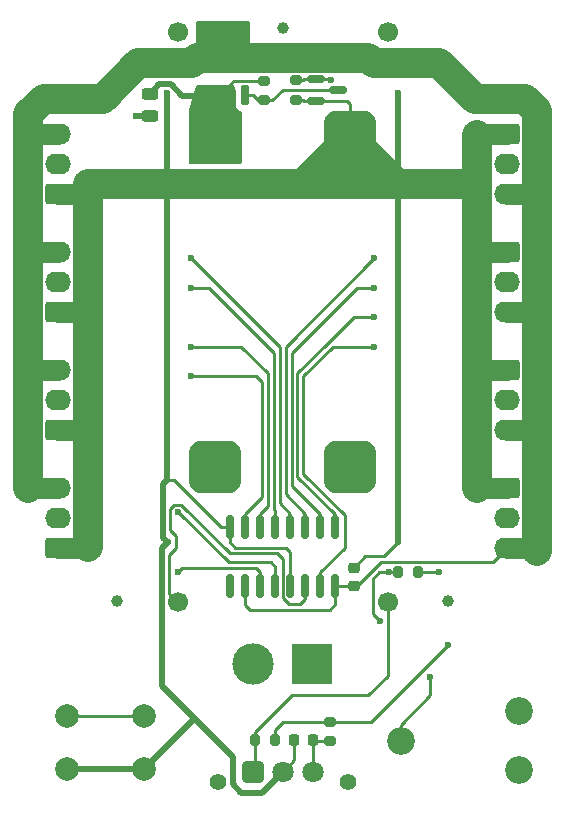
<source format=gtl>
%TF.GenerationSoftware,KiCad,Pcbnew,7.0.10-7.0.10~ubuntu22.04.1*%
%TF.CreationDate,2024-04-05T13:30:57+01:00*%
%TF.ProjectId,12v-jelly,3132762d-6a65-46c6-9c79-2e6b69636164,rev?*%
%TF.SameCoordinates,Original*%
%TF.FileFunction,Copper,L1,Top*%
%TF.FilePolarity,Positive*%
%FSLAX46Y46*%
G04 Gerber Fmt 4.6, Leading zero omitted, Abs format (unit mm)*
G04 Created by KiCad (PCBNEW 7.0.10-7.0.10~ubuntu22.04.1) date 2024-04-05 13:30:57*
%MOMM*%
%LPD*%
G01*
G04 APERTURE LIST*
G04 Aperture macros list*
%AMRoundRect*
0 Rectangle with rounded corners*
0 $1 Rounding radius*
0 $2 $3 $4 $5 $6 $7 $8 $9 X,Y pos of 4 corners*
0 Add a 4 corners polygon primitive as box body*
4,1,4,$2,$3,$4,$5,$6,$7,$8,$9,$2,$3,0*
0 Add four circle primitives for the rounded corners*
1,1,$1+$1,$2,$3*
1,1,$1+$1,$4,$5*
1,1,$1+$1,$6,$7*
1,1,$1+$1,$8,$9*
0 Add four rect primitives between the rounded corners*
20,1,$1+$1,$2,$3,$4,$5,0*
20,1,$1+$1,$4,$5,$6,$7,0*
20,1,$1+$1,$6,$7,$8,$9,0*
20,1,$1+$1,$8,$9,$2,$3,0*%
G04 Aperture macros list end*
%TA.AperFunction,SMDPad,CuDef*%
%ADD10RoundRect,0.150000X-0.587500X-0.150000X0.587500X-0.150000X0.587500X0.150000X-0.587500X0.150000X0*%
%TD*%
%TA.AperFunction,SMDPad,CuDef*%
%ADD11RoundRect,0.200000X-0.275000X0.200000X-0.275000X-0.200000X0.275000X-0.200000X0.275000X0.200000X0*%
%TD*%
%TA.AperFunction,SMDPad,CuDef*%
%ADD12RoundRect,0.150000X-0.150000X0.825000X-0.150000X-0.825000X0.150000X-0.825000X0.150000X0.825000X0*%
%TD*%
%TA.AperFunction,SMDPad,CuDef*%
%ADD13RoundRect,0.200000X0.200000X0.275000X-0.200000X0.275000X-0.200000X-0.275000X0.200000X-0.275000X0*%
%TD*%
%TA.AperFunction,ComponentPad*%
%ADD14RoundRect,0.250000X-0.845000X0.620000X-0.845000X-0.620000X0.845000X-0.620000X0.845000X0.620000X0*%
%TD*%
%TA.AperFunction,ComponentPad*%
%ADD15O,2.190000X1.740000*%
%TD*%
%TA.AperFunction,SMDPad,CuDef*%
%ADD16RoundRect,1.111250X1.111250X-1.111250X1.111250X1.111250X-1.111250X1.111250X-1.111250X-1.111250X0*%
%TD*%
%TA.AperFunction,ComponentPad*%
%ADD17C,1.700000*%
%TD*%
%TA.AperFunction,SMDPad,CuDef*%
%ADD18RoundRect,0.200000X0.275000X-0.200000X0.275000X0.200000X-0.275000X0.200000X-0.275000X-0.200000X0*%
%TD*%
%TA.AperFunction,ComponentPad*%
%ADD19RoundRect,0.250000X0.845000X-0.620000X0.845000X0.620000X-0.845000X0.620000X-0.845000X-0.620000X0*%
%TD*%
%TA.AperFunction,ComponentPad*%
%ADD20C,2.000000*%
%TD*%
%TA.AperFunction,SMDPad,CuDef*%
%ADD21RoundRect,0.243750X0.456250X-0.243750X0.456250X0.243750X-0.456250X0.243750X-0.456250X-0.243750X0*%
%TD*%
%TA.AperFunction,SMDPad,CuDef*%
%ADD22RoundRect,0.225000X0.225000X0.250000X-0.225000X0.250000X-0.225000X-0.250000X0.225000X-0.250000X0*%
%TD*%
%TA.AperFunction,SMDPad,CuDef*%
%ADD23C,1.000000*%
%TD*%
%TA.AperFunction,SMDPad,CuDef*%
%ADD24RoundRect,0.200000X-0.200000X-0.275000X0.200000X-0.275000X0.200000X0.275000X-0.200000X0.275000X0*%
%TD*%
%TA.AperFunction,ComponentPad*%
%ADD25RoundRect,0.248400X-0.651600X-0.651600X0.651600X-0.651600X0.651600X0.651600X-0.651600X0.651600X0*%
%TD*%
%TA.AperFunction,ComponentPad*%
%ADD26C,1.800000*%
%TD*%
%TA.AperFunction,SMDPad,CuDef*%
%ADD27RoundRect,0.225000X0.250000X-0.225000X0.250000X0.225000X-0.250000X0.225000X-0.250000X-0.225000X0*%
%TD*%
%TA.AperFunction,SMDPad,CuDef*%
%ADD28RoundRect,0.150000X0.150000X-0.725000X0.150000X0.725000X-0.150000X0.725000X-0.150000X-0.725000X0*%
%TD*%
%TA.AperFunction,ComponentPad*%
%ADD29C,2.340000*%
%TD*%
%TA.AperFunction,ComponentPad*%
%ADD30C,1.400000*%
%TD*%
%TA.AperFunction,ComponentPad*%
%ADD31R,3.500000X3.500000*%
%TD*%
%TA.AperFunction,ComponentPad*%
%ADD32C,3.500000*%
%TD*%
%TA.AperFunction,ViaPad*%
%ADD33C,0.600000*%
%TD*%
%TA.AperFunction,Conductor*%
%ADD34C,0.250000*%
%TD*%
%TA.AperFunction,Conductor*%
%ADD35C,0.500000*%
%TD*%
%TA.AperFunction,Conductor*%
%ADD36C,1.750000*%
%TD*%
%TA.AperFunction,Conductor*%
%ADD37C,2.500000*%
%TD*%
G04 APERTURE END LIST*
D10*
%TO.P,Q2,1,G*%
%TO.N,/LED_EN*%
X82812500Y-25800000D03*
%TO.P,Q2,2,S*%
%TO.N,GND*%
X82812500Y-27700000D03*
%TO.P,Q2,3,D*%
%TO.N,Net-(Q1-G)*%
X84687500Y-26750000D03*
%TD*%
D11*
%TO.P,R4,1*%
%TO.N,+5V*%
X78400000Y-25975000D03*
%TO.P,R4,2*%
%TO.N,Net-(Q1-G)*%
X78400000Y-27625000D03*
%TD*%
D12*
%TO.P,U1,1,QB*%
%TO.N,Net-(J4-Pin_2)*%
X84445000Y-63775000D03*
%TO.P,U1,2,QC*%
%TO.N,Net-(J5-Pin_2)*%
X83175000Y-63775000D03*
%TO.P,U1,3,QD*%
%TO.N,Net-(J6-Pin_2)*%
X81905000Y-63775000D03*
%TO.P,U1,4,QE*%
%TO.N,Net-(J7-Pin_2)*%
X80635000Y-63775000D03*
%TO.P,U1,5,QF*%
%TO.N,Net-(J8-Pin_2)*%
X79365000Y-63775000D03*
%TO.P,U1,6,QG*%
%TO.N,Net-(J9-Pin_2)*%
X78095000Y-63775000D03*
%TO.P,U1,7,QH*%
%TO.N,Net-(J10-Pin_2)*%
X76825000Y-63775000D03*
%TO.P,U1,8,GND*%
%TO.N,GND*%
X75555000Y-63775000D03*
%TO.P,U1,9,QH'*%
%TO.N,unconnected-(U1-QH'-Pad9)*%
X75555000Y-68725000D03*
%TO.P,U1,10,~{SRCLR}*%
%TO.N,LED_PWR*%
X76825000Y-68725000D03*
%TO.P,U1,11,SRCLK*%
%TO.N,/CLOCK*%
X78095000Y-68725000D03*
%TO.P,U1,12,RCLK*%
%TO.N,/LATCH*%
X79365000Y-68725000D03*
%TO.P,U1,13,~{OE}*%
%TO.N,GND*%
X80635000Y-68725000D03*
%TO.P,U1,14,SER*%
%TO.N,/DATA*%
X81905000Y-68725000D03*
%TO.P,U1,15,QA*%
%TO.N,Net-(J3-Pin_2)*%
X83175000Y-68725000D03*
%TO.P,U1,16,VCC*%
%TO.N,LED_PWR*%
X84445000Y-68725000D03*
%TD*%
D13*
%TO.P,R1,1*%
%TO.N,+3V3*%
X91425000Y-67600000D03*
%TO.P,R1,2*%
%TO.N,/SW0*%
X89775000Y-67600000D03*
%TD*%
D14*
%TO.P,J6,1,Pin_1*%
%TO.N,GND*%
X99000000Y-30460000D03*
D15*
%TO.P,J6,2,Pin_2*%
%TO.N,Net-(J6-Pin_2)*%
X99000000Y-33000000D03*
%TO.P,J6,3,Pin_3*%
%TO.N,LED_PWR*%
X99000000Y-35540000D03*
%TD*%
D16*
%TO.P,U3,1,IN+*%
%TO.N,Net-(J1-Pin_2)*%
X74285000Y-58720000D03*
D17*
X73015000Y-57450000D03*
X75555000Y-57450000D03*
D16*
%TO.P,U3,2,IN-*%
%TO.N,Net-(J1-Pin_1)*%
X85715000Y-58720000D03*
D17*
X84445000Y-57450000D03*
X86985000Y-57450000D03*
%TO.P,U3,3,OUT+*%
%TO.N,+5V*%
X73015000Y-32050000D03*
X75555000Y-32050000D03*
D16*
X74285000Y-30780000D03*
D17*
%TO.P,U3,4,OUT-*%
%TO.N,GND*%
X84445000Y-32050000D03*
X86985000Y-32050000D03*
D16*
X85715000Y-30780000D03*
%TD*%
D18*
%TO.P,R2,1*%
%TO.N,Net-(U4-Vs)*%
X84000000Y-81890000D03*
%TO.P,R2,2*%
%TO.N,+5V*%
X84000000Y-80240000D03*
%TD*%
D19*
%TO.P,J8,1,Pin_1*%
%TO.N,GND*%
X61000000Y-45540000D03*
D15*
%TO.P,J8,2,Pin_2*%
%TO.N,Net-(J8-Pin_2)*%
X61000000Y-43000000D03*
%TO.P,J8,3,Pin_3*%
%TO.N,LED_PWR*%
X61000000Y-40460000D03*
%TD*%
D20*
%TO.P,SW2,1,1*%
%TO.N,GND*%
X68250000Y-84250000D03*
X61750000Y-84250000D03*
%TO.P,SW2,2,2*%
%TO.N,/SW0*%
X68250000Y-79750000D03*
X61750000Y-79750000D03*
%TD*%
D14*
%TO.P,J5,1,Pin_1*%
%TO.N,GND*%
X99000000Y-40460000D03*
D15*
%TO.P,J5,2,Pin_2*%
%TO.N,Net-(J5-Pin_2)*%
X99000000Y-43000000D03*
%TO.P,J5,3,Pin_3*%
%TO.N,LED_PWR*%
X99000000Y-45540000D03*
%TD*%
D21*
%TO.P,D1,1,K*%
%TO.N,Net-(D1-K)*%
X68750000Y-28937500D03*
%TO.P,D1,2,A*%
%TO.N,+5V*%
X68750000Y-27062500D03*
%TD*%
D19*
%TO.P,J9,1,Pin_1*%
%TO.N,GND*%
X61000000Y-55540000D03*
D15*
%TO.P,J9,2,Pin_2*%
%TO.N,Net-(J9-Pin_2)*%
X61000000Y-53000000D03*
%TO.P,J9,3,Pin_3*%
%TO.N,LED_PWR*%
X61000000Y-50460000D03*
%TD*%
D22*
%TO.P,C2,1*%
%TO.N,Net-(U4-Vs)*%
X82525000Y-81815000D03*
%TO.P,C2,2*%
%TO.N,GND*%
X80975000Y-81815000D03*
%TD*%
D19*
%TO.P,J7,1,Pin_1*%
%TO.N,GND*%
X61000000Y-35540000D03*
D15*
%TO.P,J7,2,Pin_2*%
%TO.N,Net-(J7-Pin_2)*%
X61000000Y-33000000D03*
%TO.P,J7,3,Pin_3*%
%TO.N,LED_PWR*%
X61000000Y-30460000D03*
%TD*%
D23*
%TO.P,FID2,*%
%TO.N,*%
X66000000Y-70000000D03*
%TD*%
D19*
%TO.P,J10,1,Pin_1*%
%TO.N,GND*%
X61000000Y-65540000D03*
D15*
%TO.P,J10,2,Pin_2*%
%TO.N,Net-(J10-Pin_2)*%
X61000000Y-63000000D03*
%TO.P,J10,3,Pin_3*%
%TO.N,LED_PWR*%
X61000000Y-60460000D03*
%TD*%
D24*
%TO.P,R3,1*%
%TO.N,/IR*%
X77675000Y-81815000D03*
%TO.P,R3,2*%
%TO.N,+5V*%
X79325000Y-81815000D03*
%TD*%
D14*
%TO.P,J4,1,Pin_1*%
%TO.N,GND*%
X98980000Y-50460000D03*
D15*
%TO.P,J4,2,Pin_2*%
%TO.N,Net-(J4-Pin_2)*%
X98980000Y-53000000D03*
%TO.P,J4,3,Pin_3*%
%TO.N,LED_PWR*%
X98980000Y-55540000D03*
%TD*%
D11*
%TO.P,R5,1*%
%TO.N,/LED_EN*%
X81087500Y-25925000D03*
%TO.P,R5,2*%
%TO.N,GND*%
X81087500Y-27575000D03*
%TD*%
D23*
%TO.P,FID3,*%
%TO.N,*%
X94000000Y-70000000D03*
%TD*%
D14*
%TO.P,J3,1,Pin_1*%
%TO.N,GND*%
X99000000Y-60460000D03*
D15*
%TO.P,J3,2,Pin_2*%
%TO.N,Net-(J3-Pin_2)*%
X99000000Y-63000000D03*
%TO.P,J3,3,Pin_3*%
%TO.N,LED_PWR*%
X99000000Y-65540000D03*
%TD*%
D25*
%TO.P,U4,1,OUT*%
%TO.N,/IR*%
X77460000Y-84500000D03*
D26*
%TO.P,U4,2,GND*%
%TO.N,GND*%
X80000000Y-84500000D03*
%TO.P,U4,3,Vs*%
%TO.N,Net-(U4-Vs)*%
X82540000Y-84500000D03*
%TD*%
D23*
%TO.P,FID1,*%
%TO.N,*%
X80000000Y-21500000D03*
%TD*%
D27*
%TO.P,C1,1*%
%TO.N,LED_PWR*%
X86000000Y-68750000D03*
%TO.P,C1,2*%
%TO.N,GND*%
X86000000Y-67200000D03*
%TD*%
D28*
%TO.P,Q1,1,S*%
%TO.N,+5V*%
X73020000Y-27225000D03*
%TO.P,Q1,2,S*%
X74290000Y-27225000D03*
%TO.P,Q1,3,S*%
X75560000Y-27225000D03*
%TO.P,Q1,4,G*%
%TO.N,Net-(Q1-G)*%
X76830000Y-27225000D03*
%TO.P,Q1,5,D*%
%TO.N,LED_PWR*%
X76830000Y-22075000D03*
%TO.P,Q1,6,D*%
X75560000Y-22075000D03*
%TO.P,Q1,7,D*%
X74290000Y-22075000D03*
%TO.P,Q1,8,D*%
X73020000Y-22075000D03*
%TD*%
D29*
%TO.P,RV1,1,1*%
%TO.N,+3V3*%
X100000000Y-79350000D03*
%TO.P,RV1,2,2*%
%TO.N,/POT*%
X90000000Y-81850000D03*
%TO.P,RV1,3,3*%
%TO.N,GND*%
X100000000Y-84350000D03*
%TD*%
D17*
%TO.P,U2,1,GPIO0*%
%TO.N,unconnected-(U2-GPIO0-Pad1)*%
X88890000Y-21870000D03*
%TO.P,U2,20,GPIO15*%
%TO.N,/IR*%
X88890000Y-70130000D03*
%TO.P,U2,21,GPIO16*%
%TO.N,/DATA*%
X71110000Y-70130000D03*
%TO.P,U2,40,VBUS*%
%TO.N,unconnected-(U2-VBUS-Pad40)*%
X71110000Y-21870000D03*
%TD*%
D30*
%TO.P,J1,*%
%TO.N,*%
X74500000Y-85325000D03*
X85500000Y-85325000D03*
D31*
%TO.P,J1,1,Pin_1*%
%TO.N,Net-(J1-Pin_1)*%
X82500000Y-75325000D03*
D32*
%TO.P,J1,2,Pin_2*%
%TO.N,Net-(J1-Pin_2)*%
X77500000Y-75325000D03*
%TD*%
D33*
%TO.N,+5V*%
X94000000Y-73750000D03*
%TO.N,GND*%
X70200000Y-27000000D03*
X89800000Y-65000000D03*
X70250000Y-65000000D03*
X70200000Y-52400000D03*
X89800000Y-39600000D03*
X89800000Y-27050000D03*
X89800000Y-52300000D03*
%TO.N,Net-(D1-K)*%
X67562500Y-28937500D03*
%TO.N,Net-(J3-Pin_2)*%
X87750000Y-48500000D03*
%TO.N,Net-(J4-Pin_2)*%
X87750000Y-46000000D03*
%TO.N,Net-(J5-Pin_2)*%
X87750000Y-43500000D03*
%TO.N,Net-(J6-Pin_2)*%
X87750000Y-41000000D03*
%TO.N,Net-(J7-Pin_2)*%
X72250000Y-41000000D03*
%TO.N,Net-(J8-Pin_2)*%
X72250000Y-43500000D03*
%TO.N,Net-(J9-Pin_2)*%
X72250000Y-48500000D03*
%TO.N,Net-(J10-Pin_2)*%
X72250000Y-51000000D03*
%TO.N,+3V3*%
X93250000Y-67600000D03*
%TO.N,/SW0*%
X88250000Y-71750000D03*
X89000000Y-67590000D03*
%TO.N,/CLOCK*%
X71110000Y-67590000D03*
%TO.N,/LATCH*%
X71110000Y-62510000D03*
%TO.N,/POT*%
X92500000Y-76500000D03*
%TO.N,/LED_EN*%
X84100000Y-25900000D03*
%TD*%
D34*
%TO.N,+5V*%
X81750000Y-80250000D02*
X81760000Y-80240000D01*
X87510000Y-80240000D02*
X84000000Y-80240000D01*
D35*
X71510661Y-27250000D02*
X74265000Y-27250000D01*
D34*
X79325000Y-81815000D02*
X79325000Y-80925000D01*
X94000000Y-73750000D02*
X87510000Y-80240000D01*
X79325000Y-80925000D02*
X80010000Y-80240000D01*
D35*
X68750000Y-27062500D02*
X69562500Y-26250000D01*
X70510661Y-26250000D02*
X71510661Y-27250000D01*
X69562500Y-26250000D02*
X70510661Y-26250000D01*
D34*
X75835000Y-25975000D02*
X75560000Y-26250000D01*
X78400000Y-25975000D02*
X75835000Y-25975000D01*
X75560000Y-26250000D02*
X75560000Y-27225000D01*
X81760000Y-80240000D02*
X84000000Y-80240000D01*
X80010000Y-80240000D02*
X81740000Y-80240000D01*
D35*
X74265000Y-27250000D02*
X74290000Y-27225000D01*
D34*
X81740000Y-80240000D02*
X81750000Y-80250000D01*
D36*
%TO.N,GND*%
X99000000Y-40460000D02*
X96495000Y-40460000D01*
D37*
X96435000Y-52039025D02*
X96435000Y-60480000D01*
X96455000Y-30545000D02*
X96455000Y-34500000D01*
D34*
X81087500Y-27575000D02*
X81712500Y-27575000D01*
D37*
X85750000Y-34750000D02*
X92250000Y-34750000D01*
D36*
X96495000Y-60460000D02*
X96455000Y-60500000D01*
D34*
X86000000Y-67200000D02*
X86950000Y-66250000D01*
X88550000Y-66250000D02*
X89800000Y-65000000D01*
D36*
X61000000Y-45540000D02*
X63505000Y-45540000D01*
D35*
X70200000Y-59800000D02*
X69900000Y-60100000D01*
D37*
X92250000Y-34750000D02*
X96205000Y-34750000D01*
X96455000Y-40500000D02*
X96455000Y-50250000D01*
D34*
X74750000Y-63750000D02*
X75530000Y-63750000D01*
D36*
X98980000Y-50460000D02*
X96665000Y-50460000D01*
D35*
X76500000Y-86250000D02*
X78250000Y-86250000D01*
X69900000Y-60100000D02*
X69900000Y-64650000D01*
D37*
X63545000Y-34795000D02*
X63545000Y-45500000D01*
X96455000Y-52019025D02*
X96435000Y-52039025D01*
D35*
X61750000Y-84250000D02*
X68250000Y-84250000D01*
D34*
X80975000Y-83525000D02*
X80000000Y-84500000D01*
X81712500Y-27575000D02*
X81837500Y-27700000D01*
D35*
X70200000Y-34700000D02*
X70250000Y-34750000D01*
D37*
X85750000Y-33355000D02*
X85750000Y-34750000D01*
D35*
X69750000Y-77250000D02*
X72375000Y-79875000D01*
D37*
X86985000Y-32050000D02*
X89685000Y-34750000D01*
D34*
X76000000Y-65500000D02*
X75555000Y-65055000D01*
D36*
X99000000Y-60460000D02*
X96495000Y-60460000D01*
X96540000Y-30460000D02*
X96455000Y-30545000D01*
D37*
X63545000Y-55750000D02*
X63545000Y-65455000D01*
D36*
X61000000Y-65540000D02*
X63460000Y-65540000D01*
D37*
X89685000Y-34750000D02*
X92250000Y-34750000D01*
D36*
X63335000Y-55540000D02*
X63545000Y-55750000D01*
D34*
X85450000Y-27700000D02*
X85715000Y-27965000D01*
X75530000Y-63750000D02*
X75555000Y-63775000D01*
X80635000Y-68725000D02*
X80635000Y-65885000D01*
X85715000Y-27965000D02*
X85715000Y-30780000D01*
X80250000Y-65500000D02*
X76000000Y-65500000D01*
D35*
X89800000Y-27050000D02*
X89800000Y-39600000D01*
X72375000Y-79875000D02*
X75750000Y-83250000D01*
D37*
X70250000Y-34750000D02*
X81745000Y-34750000D01*
X63500000Y-34750000D02*
X63545000Y-34795000D01*
D35*
X89800000Y-65000000D02*
X89800000Y-52300000D01*
X70200000Y-33250000D02*
X70200000Y-52400000D01*
X75750000Y-85500000D02*
X76500000Y-86250000D01*
D37*
X81745000Y-34750000D02*
X84445000Y-32050000D01*
X81745000Y-34750000D02*
X85750000Y-34750000D01*
D34*
X80975000Y-81815000D02*
X80975000Y-83525000D01*
D35*
X78250000Y-86250000D02*
X80000000Y-84500000D01*
X70200000Y-27000000D02*
X70200000Y-33250000D01*
X89800000Y-52300000D02*
X89800000Y-39600000D01*
D36*
X96495000Y-40460000D02*
X96455000Y-40500000D01*
D34*
X75555000Y-65055000D02*
X75555000Y-63775000D01*
D35*
X70200000Y-33250000D02*
X70200000Y-34700000D01*
X70200000Y-52400000D02*
X70200000Y-59800000D01*
D36*
X63545000Y-34795000D02*
X62800000Y-35540000D01*
D34*
X82812500Y-27700000D02*
X85450000Y-27700000D01*
D35*
X75750000Y-83250000D02*
X75750000Y-85500000D01*
D37*
X96435000Y-60480000D02*
X96455000Y-60500000D01*
D35*
X70250000Y-65000000D02*
X69750000Y-65500000D01*
D36*
X61000000Y-55540000D02*
X63335000Y-55540000D01*
D34*
X70800000Y-59800000D02*
X70200000Y-59800000D01*
X74750000Y-63750000D02*
X70800000Y-59800000D01*
D35*
X68250000Y-84250000D02*
X72375000Y-80125000D01*
D36*
X63460000Y-65540000D02*
X63545000Y-65455000D01*
D37*
X96205000Y-34750000D02*
X96455000Y-34500000D01*
X96455000Y-34500000D02*
X96455000Y-40500000D01*
D35*
X69900000Y-64650000D02*
X70250000Y-65000000D01*
D36*
X62800000Y-35540000D02*
X61000000Y-35540000D01*
D35*
X69750000Y-65500000D02*
X69750000Y-77250000D01*
D34*
X86950000Y-66250000D02*
X88550000Y-66250000D01*
D36*
X96665000Y-50460000D02*
X96455000Y-50250000D01*
D37*
X63545000Y-45500000D02*
X63545000Y-55750000D01*
X84445000Y-32050000D02*
X85750000Y-33355000D01*
X63500000Y-34750000D02*
X70250000Y-34750000D01*
D36*
X99000000Y-30460000D02*
X96540000Y-30460000D01*
D34*
X81837500Y-27700000D02*
X82812500Y-27700000D01*
D36*
X63505000Y-45540000D02*
X63545000Y-45500000D01*
D34*
X80635000Y-65885000D02*
X80250000Y-65500000D01*
D37*
X96455000Y-50250000D02*
X96455000Y-52019025D01*
D35*
%TO.N,Net-(D1-K)*%
X67562500Y-28937500D02*
X68750000Y-28937500D01*
D34*
%TO.N,Net-(J3-Pin_2)*%
X81750000Y-51000000D02*
X84250000Y-48500000D01*
X83175000Y-67575000D02*
X85250000Y-65500000D01*
X84250000Y-48500000D02*
X87750000Y-48500000D01*
X85250000Y-62750000D02*
X81750000Y-59250000D01*
X81750000Y-59250000D02*
X81750000Y-51000000D01*
X85250000Y-65500000D02*
X85250000Y-62750000D01*
X83175000Y-68725000D02*
X83175000Y-67575000D01*
%TO.N,Net-(J4-Pin_2)*%
X86000000Y-46000000D02*
X87750000Y-46000000D01*
X83750000Y-48250000D02*
X86000000Y-46000000D01*
X81250000Y-59500000D02*
X81250000Y-50750000D01*
X84445000Y-63775000D02*
X84445000Y-62695000D01*
X84445000Y-62695000D02*
X81250000Y-59500000D01*
X81250000Y-50750000D02*
X83750000Y-48250000D01*
%TO.N,Net-(J5-Pin_2)*%
X80750000Y-60250000D02*
X80750000Y-49000000D01*
X83175000Y-63775000D02*
X83175000Y-62675000D01*
X80750000Y-49000000D02*
X86250000Y-43500000D01*
X86250000Y-43500000D02*
X87750000Y-43500000D01*
X83175000Y-62675000D02*
X80750000Y-60250000D01*
%TO.N,Net-(J6-Pin_2)*%
X81905000Y-62655000D02*
X80250000Y-61000000D01*
X80250000Y-48500000D02*
X87750000Y-41000000D01*
X81905000Y-63775000D02*
X81905000Y-62655000D01*
X80250000Y-61000000D02*
X80250000Y-48500000D01*
%TO.N,Net-(J7-Pin_2)*%
X79750000Y-50250000D02*
X79750000Y-48500000D01*
X79750000Y-48500000D02*
X72250000Y-41000000D01*
X80635000Y-62635000D02*
X79750000Y-61750000D01*
X79750000Y-61750000D02*
X79750000Y-50250000D01*
X80635000Y-63775000D02*
X80635000Y-62635000D01*
%TO.N,Net-(J8-Pin_2)*%
X79250000Y-62250000D02*
X79250000Y-49000000D01*
X79365000Y-63775000D02*
X79365000Y-62365000D01*
X79250000Y-49000000D02*
X73750000Y-43500000D01*
X73750000Y-43500000D02*
X72250000Y-43500000D01*
X79365000Y-62365000D02*
X79250000Y-62250000D01*
%TO.N,Net-(J9-Pin_2)*%
X78750000Y-50750000D02*
X76500000Y-48500000D01*
X78095000Y-62655000D02*
X78750000Y-62000000D01*
X78750000Y-62000000D02*
X78750000Y-50750000D01*
X76500000Y-48500000D02*
X72250000Y-48500000D01*
X78095000Y-63775000D02*
X78095000Y-62655000D01*
%TO.N,Net-(J10-Pin_2)*%
X77750000Y-51000000D02*
X72250000Y-51000000D01*
X78250000Y-61250000D02*
X78250000Y-51500000D01*
X76825000Y-62675000D02*
X78250000Y-61250000D01*
X78250000Y-51500000D02*
X77750000Y-51000000D01*
X76825000Y-63775000D02*
X76825000Y-62675000D01*
%TO.N,+3V3*%
X93250000Y-67600000D02*
X91425000Y-67600000D01*
%TO.N,/SW0*%
X89775000Y-67600000D02*
X89010000Y-67600000D01*
X87625000Y-71125000D02*
X88250000Y-71750000D01*
X87625000Y-68125000D02*
X87625000Y-71125000D01*
X68250000Y-79750000D02*
X61750000Y-79750000D01*
X89010000Y-67600000D02*
X89000000Y-67590000D01*
X88160000Y-67590000D02*
X87625000Y-68125000D01*
X89000000Y-67590000D02*
X88160000Y-67590000D01*
%TO.N,/CLOCK*%
X78095000Y-67595000D02*
X78095000Y-68725000D01*
X71110000Y-67590000D02*
X71450000Y-67250000D01*
X71450000Y-67250000D02*
X77750000Y-67250000D01*
X77750000Y-67250000D02*
X78095000Y-67595000D01*
%TO.N,/LATCH*%
X79365000Y-67115000D02*
X79365000Y-68725000D01*
X75415000Y-66750000D02*
X79000000Y-66750000D01*
X71175000Y-62510000D02*
X75415000Y-66750000D01*
X71110000Y-62510000D02*
X71175000Y-62510000D01*
X79000000Y-66750000D02*
X79365000Y-67115000D01*
%TO.N,/DATA*%
X71000000Y-64553884D02*
X70485000Y-64038884D01*
X80000000Y-69750000D02*
X80500000Y-70250000D01*
X75500000Y-66000000D02*
X79500000Y-66000000D01*
X70485000Y-64038884D02*
X70485000Y-62215000D01*
X81905000Y-69845000D02*
X81905000Y-68725000D01*
X79500000Y-66000000D02*
X80000000Y-66500000D01*
X71110000Y-70130000D02*
X70400000Y-69420000D01*
X80500000Y-70250000D02*
X81500000Y-70250000D01*
X71385000Y-61885000D02*
X75500000Y-66000000D01*
X70400000Y-66146116D02*
X71000000Y-65546116D01*
X70400000Y-69420000D02*
X70400000Y-66146116D01*
X71000000Y-65546116D02*
X71000000Y-64553884D01*
X70815000Y-61885000D02*
X71385000Y-61885000D01*
X81500000Y-70250000D02*
X81905000Y-69845000D01*
X70485000Y-62215000D02*
X70815000Y-61885000D01*
X80000000Y-66500000D02*
X80000000Y-69750000D01*
%TO.N,/POT*%
X92500000Y-76500000D02*
X92500000Y-78000000D01*
X92500000Y-78000000D02*
X90000000Y-80500000D01*
X90000000Y-80500000D02*
X90000000Y-81850000D01*
%TO.N,Net-(U4-Vs)*%
X84000000Y-81890000D02*
X82600000Y-81890000D01*
X82525000Y-84485000D02*
X82540000Y-84500000D01*
X82600000Y-81890000D02*
X82525000Y-81815000D01*
X82525000Y-81815000D02*
X82525000Y-84485000D01*
%TO.N,/IR*%
X87250000Y-78000000D02*
X88890000Y-76360000D01*
X88890000Y-76360000D02*
X88890000Y-70130000D01*
X80750000Y-78000000D02*
X87250000Y-78000000D01*
X77675000Y-81815000D02*
X77675000Y-81075000D01*
X77675000Y-81815000D02*
X77675000Y-84285000D01*
X77675000Y-84285000D02*
X77460000Y-84500000D01*
X77675000Y-81075000D02*
X80750000Y-78000000D01*
D37*
%TO.N,LED_PWR*%
X59750000Y-27500000D02*
X64750000Y-27500000D01*
D36*
X101335000Y-45540000D02*
X101545000Y-45750000D01*
D34*
X97840000Y-66700000D02*
X99000000Y-65540000D01*
D37*
X101545000Y-55750000D02*
X101545000Y-45750000D01*
X93250000Y-24500000D02*
X96250000Y-27500000D01*
D34*
X85975000Y-68725000D02*
X84445000Y-68725000D01*
D37*
X64750000Y-27500000D02*
X67750000Y-24500000D01*
D34*
X77250000Y-70750000D02*
X84000000Y-70750000D01*
D37*
X58455000Y-28795000D02*
X59750000Y-27500000D01*
D34*
X76825000Y-68725000D02*
X76825000Y-70325000D01*
D37*
X67750000Y-24500000D02*
X72300000Y-24500000D01*
X72300000Y-24500000D02*
X72750000Y-24050000D01*
D36*
X58495000Y-50460000D02*
X58455000Y-50500000D01*
X61000000Y-40460000D02*
X58495000Y-40460000D01*
X61000000Y-60460000D02*
X58460000Y-60460000D01*
X58495000Y-40460000D02*
X58455000Y-40500000D01*
D34*
X76825000Y-70325000D02*
X77250000Y-70750000D01*
D36*
X99000000Y-65540000D02*
X101335000Y-65540000D01*
D37*
X58455000Y-40500000D02*
X58455000Y-30500000D01*
D34*
X86000000Y-68750000D02*
X85975000Y-68725000D01*
D37*
X58455000Y-30500000D02*
X58455000Y-28795000D01*
D34*
X84445000Y-70305000D02*
X84445000Y-68725000D01*
D37*
X87700000Y-24500000D02*
X93250000Y-24500000D01*
D36*
X101335000Y-35540000D02*
X101545000Y-35750000D01*
D34*
X84000000Y-70750000D02*
X84445000Y-70305000D01*
D37*
X100500000Y-27500000D02*
X101545000Y-28545000D01*
D36*
X61000000Y-30460000D02*
X58495000Y-30460000D01*
X99000000Y-45540000D02*
X101335000Y-45540000D01*
X58495000Y-30460000D02*
X58455000Y-30500000D01*
X101335000Y-55540000D02*
X101545000Y-55750000D01*
D37*
X72750000Y-24050000D02*
X87250000Y-24050000D01*
X58455000Y-50500000D02*
X58455000Y-40500000D01*
X101545000Y-65750000D02*
X101545000Y-55750000D01*
X101545000Y-45750000D02*
X101545000Y-35750000D01*
X96250000Y-27500000D02*
X100500000Y-27500000D01*
D36*
X98980000Y-55540000D02*
X101335000Y-55540000D01*
D34*
X86000000Y-68750000D02*
X86250000Y-68750000D01*
D36*
X58460000Y-60460000D02*
X58455000Y-60455000D01*
X101335000Y-65540000D02*
X101545000Y-65750000D01*
X61000000Y-50460000D02*
X58495000Y-50460000D01*
D34*
X86250000Y-68750000D02*
X88300000Y-66700000D01*
X88300000Y-66700000D02*
X97840000Y-66700000D01*
D36*
X99000000Y-35540000D02*
X101335000Y-35540000D01*
D37*
X101545000Y-28545000D02*
X101545000Y-35750000D01*
X58455000Y-60455000D02*
X58455000Y-50500000D01*
X87250000Y-24050000D02*
X87700000Y-24500000D01*
D34*
%TO.N,/LED_EN*%
X81712500Y-25925000D02*
X81837500Y-25800000D01*
X84100000Y-25900000D02*
X84000000Y-25800000D01*
X81087500Y-25925000D02*
X81712500Y-25925000D01*
X84000000Y-25800000D02*
X82812500Y-25800000D01*
X81837500Y-25800000D02*
X82812500Y-25800000D01*
%TO.N,Net-(Q1-G)*%
X77875000Y-27625000D02*
X77475000Y-27225000D01*
X84687500Y-26750000D02*
X80000000Y-26750000D01*
X77475000Y-27225000D02*
X76830000Y-27225000D01*
X78400000Y-27625000D02*
X77875000Y-27625000D01*
X80000000Y-26750000D02*
X79125000Y-27625000D01*
X79125000Y-27625000D02*
X78400000Y-27625000D01*
%TD*%
%TA.AperFunction,Conductor*%
%TO.N,LED_PWR*%
G36*
X77143039Y-20919685D02*
G01*
X77188794Y-20972489D01*
X77200000Y-21024000D01*
X77200000Y-22962456D01*
X77180315Y-23029495D01*
X77179174Y-23031239D01*
X76336811Y-24294783D01*
X76283246Y-24339644D01*
X76233637Y-24350000D01*
X72824000Y-24350000D01*
X72756961Y-24330315D01*
X72711206Y-24277511D01*
X72700000Y-24226000D01*
X72700000Y-21024000D01*
X72719685Y-20956961D01*
X72772489Y-20911206D01*
X72824000Y-20900000D01*
X77076000Y-20900000D01*
X77143039Y-20919685D01*
G37*
%TD.AperFunction*%
%TD*%
%TA.AperFunction,Conductor*%
%TO.N,+5V*%
G36*
X75849081Y-26344685D02*
G01*
X75894836Y-26397489D01*
X75901067Y-26414229D01*
X76024525Y-26836835D01*
X76029500Y-26871606D01*
X76029500Y-28015701D01*
X76032401Y-28052567D01*
X76032402Y-28052573D01*
X76078254Y-28210393D01*
X76078255Y-28210396D01*
X76161917Y-28351862D01*
X76161923Y-28351870D01*
X76278129Y-28468076D01*
X76278133Y-28468079D01*
X76278135Y-28468081D01*
X76419602Y-28551744D01*
X76435592Y-28556389D01*
X76494477Y-28593992D01*
X76523686Y-28657464D01*
X76525000Y-28675466D01*
X76525000Y-32875500D01*
X76505315Y-32942539D01*
X76452511Y-32988294D01*
X76401000Y-32999500D01*
X72174000Y-32999500D01*
X72106961Y-32979815D01*
X72061206Y-32927011D01*
X72050000Y-32875500D01*
X72050000Y-28568395D01*
X72055340Y-28532397D01*
X72074852Y-28468082D01*
X72698303Y-26413002D01*
X72736602Y-26354564D01*
X72800415Y-26326109D01*
X72816963Y-26325000D01*
X75782042Y-26325000D01*
X75849081Y-26344685D01*
G37*
%TD.AperFunction*%
%TD*%
M02*

</source>
